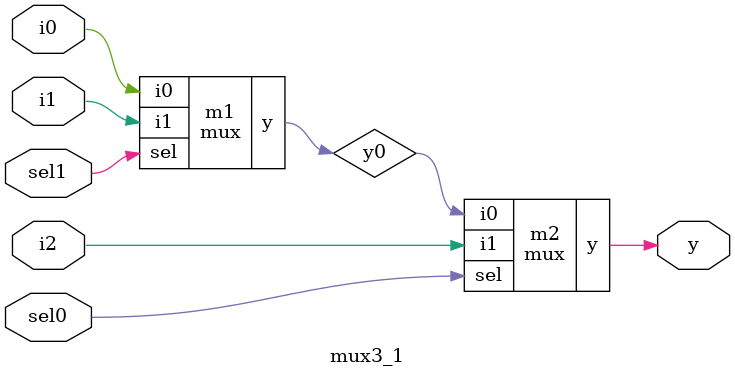
<source format=v>
module mux(input i0,i1,sel,output y);
assign y = sel ? i1 : i0;
endmodule

module mux3_1(input i0,i1,i2,sel0,sel1,output y);
wire y0;
mux m1(.i0(i0),.i1(i1),.sel(sel1),.y(y0));
mux m2(.i0(y0),.i1(i2),.sel(sel0),.y(y));
endmodule

</source>
